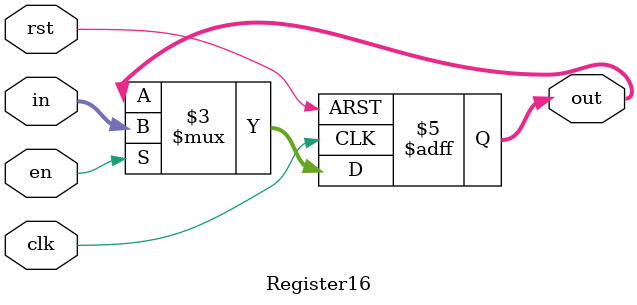
<source format=v>
module Register16(
	in,
	out,
	clk,
    rst,
	en
);

/* Parameters */
parameter DATA_WIDTH = 16;

/* Inputs */
input wire [DATA_WIDTH - 1 : 0] in;
input wire clk, rst, en;

/* Outputs */
output reg [DATA_WIDTH - 1 : 0] out;

/* Initialize */
initial
begin
    out = 0;
end

/* Behavioral Sequential Design */
always @(posedge clk or posedge rst)
begin
    if (rst)
    begin
        out <= 0;
    end
    else if (en)
    begin
        out <= in;
    end
end

endmodule
</source>
